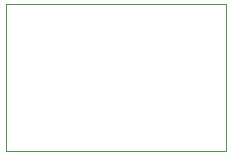
<source format=gbr>
G04 #@! TF.GenerationSoftware,KiCad,Pcbnew,(5.1.0)-1*
G04 #@! TF.CreationDate,2019-09-19T19:12:12-07:00*
G04 #@! TF.ProjectId,WireFreeV4_Release,57697265-4672-4656-9556-345f52656c65,rev?*
G04 #@! TF.SameCoordinates,Original*
G04 #@! TF.FileFunction,Profile,NP*
%FSLAX46Y46*%
G04 Gerber Fmt 4.6, Leading zero omitted, Abs format (unit mm)*
G04 Created by KiCad (PCBNEW (5.1.0)-1) date 2019-09-19 19:12:12*
%MOMM*%
%LPD*%
G04 APERTURE LIST*
%ADD10C,0.100000*%
G04 APERTURE END LIST*
D10*
X135930640Y-100838000D02*
X135930640Y-88452960D01*
X117322600Y-100838000D02*
X135930640Y-100838000D01*
X117322600Y-88452960D02*
X117322600Y-100838000D01*
X135930640Y-88452960D02*
X117322600Y-88452960D01*
M02*

</source>
